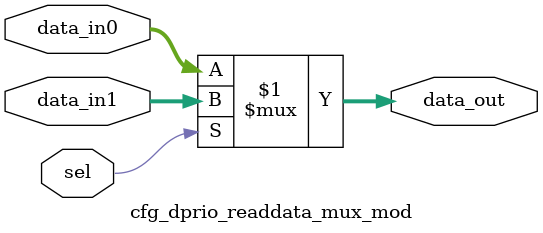
<source format=v>
module cfg_dprio_readdata_mux_mod(	// file.cleaned.mlir:2:3
  input         sel,	// file.cleaned.mlir:2:44
  input  [15:0] data_in1,	// file.cleaned.mlir:2:58
                data_in0,	// file.cleaned.mlir:2:78
  output [15:0] data_out	// file.cleaned.mlir:2:99
);

  assign data_out = sel ? data_in1 : data_in0;	// file.cleaned.mlir:3:10, :4:5
endmodule


</source>
